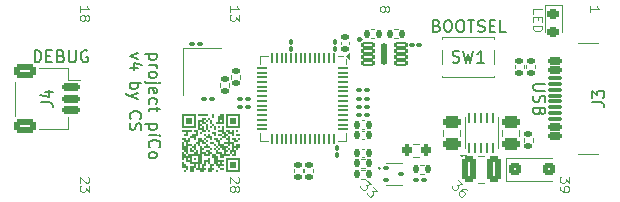
<source format=gbr>
G04 #@! TF.GenerationSoftware,KiCad,Pcbnew,8.0.6*
G04 #@! TF.CreationDate,2024-11-24T01:45:06-05:00*
G04 #@! TF.ProjectId,RPI-PICO-R3a-PUBLIC,5250492d-5049-4434-9f2d-5233612d5055,4*
G04 #@! TF.SameCoordinates,Original*
G04 #@! TF.FileFunction,Legend,Top*
G04 #@! TF.FilePolarity,Positive*
%FSLAX46Y46*%
G04 Gerber Fmt 4.6, Leading zero omitted, Abs format (unit mm)*
G04 Created by KiCad (PCBNEW 8.0.6) date 2024-11-24 01:45:06*
%MOMM*%
%LPD*%
G01*
G04 APERTURE LIST*
G04 Aperture macros list*
%AMRoundRect*
0 Rectangle with rounded corners*
0 $1 Rounding radius*
0 $2 $3 $4 $5 $6 $7 $8 $9 X,Y pos of 4 corners*
0 Add a 4 corners polygon primitive as box body*
4,1,4,$2,$3,$4,$5,$6,$7,$8,$9,$2,$3,0*
0 Add four circle primitives for the rounded corners*
1,1,$1+$1,$2,$3*
1,1,$1+$1,$4,$5*
1,1,$1+$1,$6,$7*
1,1,$1+$1,$8,$9*
0 Add four rect primitives between the rounded corners*
20,1,$1+$1,$2,$3,$4,$5,0*
20,1,$1+$1,$4,$5,$6,$7,0*
20,1,$1+$1,$6,$7,$8,$9,0*
20,1,$1+$1,$8,$9,$2,$3,0*%
G04 Aperture macros list end*
%ADD10C,0.000000*%
%ADD11C,0.150000*%
%ADD12C,0.100000*%
%ADD13C,0.120000*%
%ADD14C,0.250000*%
%ADD15C,2.000000*%
%ADD16RoundRect,0.135000X0.135000X0.185000X-0.135000X0.185000X-0.135000X-0.185000X0.135000X-0.185000X0*%
%ADD17RoundRect,0.250000X0.475000X-0.250000X0.475000X0.250000X-0.475000X0.250000X-0.475000X-0.250000X0*%
%ADD18RoundRect,0.250000X0.375000X0.850000X-0.375000X0.850000X-0.375000X-0.850000X0.375000X-0.850000X0*%
%ADD19C,1.600000*%
%ADD20R,1.600000X1.600000*%
%ADD21RoundRect,0.102000X-0.450000X-0.150000X0.450000X-0.150000X0.450000X0.150000X-0.450000X0.150000X0*%
%ADD22RoundRect,0.102000X0.125000X-0.825000X0.125000X0.825000X-0.125000X0.825000X-0.125000X-0.825000X0*%
%ADD23RoundRect,0.100000X0.130000X0.100000X-0.130000X0.100000X-0.130000X-0.100000X0.130000X-0.100000X0*%
%ADD24RoundRect,0.135000X-0.135000X-0.185000X0.135000X-0.185000X0.135000X0.185000X-0.135000X0.185000X0*%
%ADD25RoundRect,0.140000X-0.140000X-0.170000X0.140000X-0.170000X0.140000X0.170000X-0.140000X0.170000X0*%
%ADD26RoundRect,0.135000X-0.185000X0.135000X-0.185000X-0.135000X0.185000X-0.135000X0.185000X0.135000X0*%
%ADD27R,1.050000X0.650000*%
%ADD28RoundRect,0.100000X0.155000X0.100000X-0.155000X0.100000X-0.155000X-0.100000X0.155000X-0.100000X0*%
%ADD29RoundRect,0.100000X0.021213X0.162635X-0.162635X-0.021213X-0.021213X-0.162635X0.162635X0.021213X0*%
%ADD30RoundRect,0.100000X0.100000X-0.130000X0.100000X0.130000X-0.100000X0.130000X-0.100000X-0.130000X0*%
%ADD31RoundRect,0.135000X0.185000X-0.135000X0.185000X0.135000X-0.185000X0.135000X-0.185000X-0.135000X0*%
%ADD32RoundRect,0.100000X-0.130000X-0.100000X0.130000X-0.100000X0.130000X0.100000X-0.130000X0.100000X0*%
%ADD33RoundRect,0.200000X0.200000X0.275000X-0.200000X0.275000X-0.200000X-0.275000X0.200000X-0.275000X0*%
%ADD34RoundRect,0.140000X0.170000X-0.140000X0.170000X0.140000X-0.170000X0.140000X-0.170000X-0.140000X0*%
%ADD35C,0.650000*%
%ADD36RoundRect,0.150000X0.425000X-0.150000X0.425000X0.150000X-0.425000X0.150000X-0.425000X-0.150000X0*%
%ADD37RoundRect,0.075000X0.500000X-0.075000X0.500000X0.075000X-0.500000X0.075000X-0.500000X-0.075000X0*%
%ADD38O,2.100000X1.000000*%
%ADD39O,1.800000X1.000000*%
%ADD40RoundRect,0.218750X-0.256250X0.218750X-0.256250X-0.218750X0.256250X-0.218750X0.256250X0.218750X0*%
%ADD41RoundRect,0.062500X0.062500X-0.337500X0.062500X0.337500X-0.062500X0.337500X-0.062500X-0.337500X0*%
%ADD42R,2.200000X1.300000*%
%ADD43R,1.200000X1.400000*%
%ADD44RoundRect,0.150000X-0.625000X0.150000X-0.625000X-0.150000X0.625000X-0.150000X0.625000X0.150000X0*%
%ADD45RoundRect,0.250000X-0.650000X0.350000X-0.650000X-0.350000X0.650000X-0.350000X0.650000X0.350000X0*%
%ADD46RoundRect,0.050000X-0.050000X0.387500X-0.050000X-0.387500X0.050000X-0.387500X0.050000X0.387500X0*%
%ADD47RoundRect,0.050000X-0.387500X0.050000X-0.387500X-0.050000X0.387500X-0.050000X0.387500X0.050000X0*%
%ADD48R,3.200000X3.200000*%
%ADD49RoundRect,0.250000X-0.300000X-0.300000X0.300000X-0.300000X0.300000X0.300000X-0.300000X0.300000X0*%
%ADD50RoundRect,0.100000X-0.100000X0.130000X-0.100000X-0.130000X0.100000X-0.130000X0.100000X0.130000X0*%
G04 APERTURE END LIST*
D10*
G36*
X140572067Y-108898266D02*
G01*
X140741400Y-108898266D01*
X140741400Y-109067600D01*
X140402733Y-109067600D01*
X140402733Y-108728933D01*
X140572067Y-108728933D01*
X140572067Y-108898266D01*
G37*
G36*
X143789400Y-107374267D02*
G01*
X143958733Y-107374267D01*
X143958733Y-107204933D01*
X144128066Y-107204933D01*
X144128066Y-107712933D01*
X143958733Y-107712933D01*
X143958733Y-107543600D01*
X143620066Y-107543600D01*
X143620066Y-107374267D01*
X143450733Y-107374267D01*
X143450733Y-107204933D01*
X143789400Y-107204933D01*
X143789400Y-107374267D01*
G37*
G36*
X142604066Y-107204933D02*
G01*
X142434733Y-107204933D01*
X142434733Y-106866267D01*
X142604066Y-106866267D01*
X142604066Y-107204933D01*
G37*
G36*
X140064067Y-108051600D02*
G01*
X140233400Y-108051600D01*
X140233400Y-107882267D01*
X140402733Y-107882267D01*
X140402733Y-108220933D01*
X140233400Y-108220933D01*
X140233400Y-108390266D01*
X140572067Y-108390266D01*
X140572067Y-108559600D01*
X140233400Y-108559600D01*
X140233400Y-109236933D01*
X140064067Y-109236933D01*
X140064067Y-109067600D01*
X139894733Y-109067600D01*
X139894733Y-108898266D01*
X139725400Y-108898266D01*
X139725400Y-108220933D01*
X139894733Y-108220933D01*
X139894733Y-108559600D01*
X140064067Y-108559600D01*
X140064067Y-108220933D01*
X139894733Y-108220933D01*
X139894733Y-108051600D01*
X139725400Y-108051600D01*
X139725400Y-107882267D01*
X140064067Y-107882267D01*
X140064067Y-108051600D01*
G37*
G36*
X142265400Y-106696933D02*
G01*
X142096067Y-106696933D01*
X142096067Y-106358267D01*
X142265400Y-106358267D01*
X142265400Y-106696933D01*
G37*
G36*
X142265400Y-107035600D02*
G01*
X142096067Y-107035600D01*
X142096067Y-106866267D01*
X142265400Y-106866267D01*
X142265400Y-107035600D01*
G37*
G36*
X141757400Y-108051600D02*
G01*
X141588067Y-108051600D01*
X141588067Y-107882267D01*
X141757400Y-107882267D01*
X141757400Y-108051600D01*
G37*
G36*
X142604066Y-109406267D02*
G01*
X142773400Y-109406267D01*
X142773400Y-109744933D01*
X143281400Y-109744933D01*
X143281400Y-109914266D01*
X143112066Y-109914266D01*
X143112066Y-110083600D01*
X143281400Y-110083600D01*
X143281400Y-110252933D01*
X142942733Y-110252933D01*
X142942733Y-110422266D01*
X142773400Y-110422266D01*
X142773400Y-110252933D01*
X142604066Y-110252933D01*
X142604066Y-110083600D01*
X142773400Y-110083600D01*
X142942733Y-110083600D01*
X142942733Y-109914266D01*
X142773400Y-109914266D01*
X142773400Y-110083600D01*
X142604066Y-110083600D01*
X142434733Y-110083600D01*
X142434733Y-109575600D01*
X142265400Y-109575600D01*
X142265400Y-109236933D01*
X142604066Y-109236933D01*
X142604066Y-109406267D01*
G37*
G36*
X143112066Y-108051600D02*
G01*
X142942733Y-108051600D01*
X142942733Y-107882267D01*
X143112066Y-107882267D01*
X143112066Y-108051600D01*
G37*
G36*
X141926733Y-106019600D02*
G01*
X141080066Y-106019600D01*
X141080066Y-105850267D01*
X141926733Y-105850267D01*
X141926733Y-106019600D01*
G37*
G36*
X142942733Y-107035600D02*
G01*
X142773400Y-107035600D01*
X142773400Y-106866267D01*
X142942733Y-106866267D01*
X142942733Y-107035600D01*
G37*
G36*
X140064067Y-110760933D02*
G01*
X139894733Y-110760933D01*
X139894733Y-110591600D01*
X140064067Y-110591600D01*
X140064067Y-110760933D01*
G37*
G36*
X141926733Y-108559600D02*
G01*
X142096067Y-108559600D01*
X142096067Y-108728933D01*
X141588067Y-108728933D01*
X141588067Y-108559600D01*
X141757400Y-108559600D01*
X141757400Y-108390266D01*
X141926733Y-108390266D01*
X141926733Y-108559600D01*
G37*
G36*
X140910733Y-109744933D02*
G01*
X140741400Y-109744933D01*
X140741400Y-109575600D01*
X140910733Y-109575600D01*
X140910733Y-109744933D01*
G37*
G36*
X143620066Y-109575600D02*
G01*
X144636066Y-109575600D01*
X144636066Y-110760933D01*
X143450733Y-110760933D01*
X143450733Y-110591600D01*
X143620066Y-110591600D01*
X144466733Y-110591600D01*
X144466733Y-109744933D01*
X143620066Y-109744933D01*
X143620066Y-110591600D01*
X143450733Y-110591600D01*
X143450733Y-109575600D01*
X143620066Y-109575600D01*
G37*
G36*
X141926733Y-108220933D02*
G01*
X141757400Y-108220933D01*
X141757400Y-108051600D01*
X141926733Y-108051600D01*
X141926733Y-108220933D01*
G37*
G36*
X142434733Y-108390266D02*
G01*
X142096067Y-108390266D01*
X142096067Y-108220933D01*
X142434733Y-108220933D01*
X142434733Y-108390266D01*
G37*
G36*
X142604066Y-108559600D02*
G01*
X142434733Y-108559600D01*
X142434733Y-108390266D01*
X142604066Y-108390266D01*
X142604066Y-108559600D01*
G37*
G36*
X141418733Y-108051600D02*
G01*
X141588067Y-108051600D01*
X141588067Y-108220933D01*
X141757400Y-108220933D01*
X141757400Y-108390266D01*
X141418733Y-108390266D01*
X141418733Y-108220933D01*
X141249400Y-108220933D01*
X141249400Y-108559600D01*
X141080066Y-108559600D01*
X141080066Y-108390266D01*
X140910733Y-108390266D01*
X140910733Y-108220933D01*
X141080066Y-108220933D01*
X141080066Y-107882267D01*
X141418733Y-107882267D01*
X141418733Y-108051600D01*
G37*
G36*
X140572067Y-107374267D02*
G01*
X140233400Y-107374267D01*
X140233400Y-107712933D01*
X139894733Y-107712933D01*
X139894733Y-107543600D01*
X140064067Y-107543600D01*
X140064067Y-107374267D01*
X139725400Y-107374267D01*
X139725400Y-107204933D01*
X140572067Y-107204933D01*
X140572067Y-107374267D01*
G37*
G36*
X142434733Y-106866267D02*
G01*
X142265400Y-106866267D01*
X142265400Y-106696933D01*
X142434733Y-106696933D01*
X142434733Y-106866267D01*
G37*
G36*
X142773400Y-108051600D02*
G01*
X142942733Y-108051600D01*
X142942733Y-108390266D01*
X143281400Y-108390266D01*
X143281400Y-108559600D01*
X143620066Y-108559600D01*
X143620066Y-108728933D01*
X143450733Y-108728933D01*
X143450733Y-108898266D01*
X143620066Y-108898266D01*
X143620066Y-109067600D01*
X143450733Y-109067600D01*
X143450733Y-109236933D01*
X143789400Y-109236933D01*
X143789400Y-109406267D01*
X143281400Y-109406267D01*
X143281400Y-109575600D01*
X142942733Y-109575600D01*
X142942733Y-109236933D01*
X142604066Y-109236933D01*
X142604066Y-108898266D01*
X142773400Y-108898266D01*
X142773400Y-109067600D01*
X143112066Y-109067600D01*
X143112066Y-109236933D01*
X143281400Y-109236933D01*
X143281400Y-108898266D01*
X143112066Y-108898266D01*
X143112066Y-108728933D01*
X142942733Y-108728933D01*
X142942733Y-108559600D01*
X142773400Y-108559600D01*
X142773400Y-108220933D01*
X142604066Y-108220933D01*
X142604066Y-108051600D01*
X142434733Y-108051600D01*
X142434733Y-107882267D01*
X142773400Y-107882267D01*
X142773400Y-108051600D01*
G37*
G36*
X139894733Y-110083600D02*
G01*
X140064067Y-110083600D01*
X140064067Y-110252933D01*
X140233400Y-110252933D01*
X140233400Y-110591600D01*
X140064067Y-110591600D01*
X140064067Y-110422266D01*
X139725400Y-110422266D01*
X139725400Y-109914266D01*
X139894733Y-109914266D01*
X139894733Y-110083600D01*
G37*
G36*
X144297400Y-110422266D02*
G01*
X143789400Y-110422266D01*
X143789400Y-109914266D01*
X144297400Y-109914266D01*
X144297400Y-110422266D01*
G37*
G36*
X142773400Y-110760933D02*
G01*
X142604066Y-110760933D01*
X142604066Y-110591600D01*
X142773400Y-110591600D01*
X142773400Y-110760933D01*
G37*
G36*
X141080066Y-107712933D02*
G01*
X140910733Y-107712933D01*
X140910733Y-108051600D01*
X140741400Y-108051600D01*
X140741400Y-107882267D01*
X140402733Y-107882267D01*
X140402733Y-107712933D01*
X140572067Y-107712933D01*
X140572067Y-107543600D01*
X140910733Y-107543600D01*
X140910733Y-107374267D01*
X140741400Y-107374267D01*
X140741400Y-107204933D01*
X141080066Y-107204933D01*
X141080066Y-107712933D01*
G37*
G36*
X140572067Y-106696933D02*
G01*
X140064067Y-106696933D01*
X140064067Y-106188933D01*
X140572067Y-106188933D01*
X140572067Y-106696933D01*
G37*
G36*
X144466733Y-107374267D02*
G01*
X144297400Y-107374267D01*
X144297400Y-107204933D01*
X144466733Y-107204933D01*
X144466733Y-107374267D01*
G37*
G36*
X142434733Y-106188933D02*
G01*
X142265400Y-106188933D01*
X142265400Y-105850267D01*
X142434733Y-105850267D01*
X142434733Y-106188933D01*
G37*
G36*
X144297400Y-106696933D02*
G01*
X143789400Y-106696933D01*
X143789400Y-106188933D01*
X144297400Y-106188933D01*
X144297400Y-106696933D01*
G37*
G36*
X142265400Y-108898266D02*
G01*
X142096067Y-108898266D01*
X142096067Y-108728933D01*
X142265400Y-108728933D01*
X142265400Y-108898266D01*
G37*
G36*
X142096067Y-107712933D02*
G01*
X142265400Y-107712933D01*
X142265400Y-108051600D01*
X142096067Y-108051600D01*
X142096067Y-107882267D01*
X141757400Y-107882267D01*
X141757400Y-107712933D01*
X141926733Y-107712933D01*
X141926733Y-107543600D01*
X142096067Y-107543600D01*
X142096067Y-107712933D01*
G37*
G36*
X143789400Y-108220933D02*
G01*
X144128066Y-108220933D01*
X144128066Y-108559600D01*
X144297400Y-108559600D01*
X144297400Y-108390266D01*
X144636066Y-108390266D01*
X144636066Y-108728933D01*
X144466733Y-108728933D01*
X144466733Y-108898266D01*
X144297400Y-108898266D01*
X144297400Y-108728933D01*
X144128066Y-108728933D01*
X144128066Y-108898266D01*
X144297400Y-108898266D01*
X144297400Y-109406267D01*
X143958733Y-109406267D01*
X143958733Y-109236933D01*
X144128066Y-109236933D01*
X144128066Y-109067600D01*
X143958733Y-109067600D01*
X143958733Y-109236933D01*
X143789400Y-109236933D01*
X143789400Y-108898266D01*
X143958733Y-108898266D01*
X143958733Y-108390266D01*
X143789400Y-108390266D01*
X143789400Y-108559600D01*
X143620066Y-108559600D01*
X143620066Y-108390266D01*
X143281400Y-108390266D01*
X143281400Y-108220933D01*
X143620066Y-108220933D01*
X143620066Y-108051600D01*
X143450733Y-108051600D01*
X143450733Y-107882267D01*
X143620066Y-107882267D01*
X143620066Y-107712933D01*
X143789400Y-107712933D01*
X143789400Y-108220933D01*
G37*
G36*
X144297400Y-108051600D02*
G01*
X144466733Y-108051600D01*
X144466733Y-108220933D01*
X144128066Y-108220933D01*
X144128066Y-108051600D01*
X143958733Y-108051600D01*
X143958733Y-107882267D01*
X144297400Y-107882267D01*
X144297400Y-108051600D01*
G37*
G36*
X140910733Y-108898266D02*
G01*
X140741400Y-108898266D01*
X140741400Y-108728933D01*
X140572067Y-108728933D01*
X140572067Y-108559600D01*
X140741400Y-108559600D01*
X140741400Y-108390266D01*
X140910733Y-108390266D01*
X140910733Y-108898266D01*
G37*
G36*
X143281400Y-110591600D02*
G01*
X142942733Y-110591600D01*
X142942733Y-110422266D01*
X143281400Y-110422266D01*
X143281400Y-110591600D01*
G37*
G36*
X139894733Y-105850267D02*
G01*
X140910733Y-105850267D01*
X140910733Y-107035600D01*
X139725400Y-107035600D01*
X139725400Y-106866267D01*
X139894733Y-106866267D01*
X140741400Y-106866267D01*
X140741400Y-106019600D01*
X139894733Y-106019600D01*
X139894733Y-106866267D01*
X139725400Y-106866267D01*
X139725400Y-105850267D01*
X139894733Y-105850267D01*
G37*
G36*
X142942733Y-108898266D02*
G01*
X142773400Y-108898266D01*
X142773400Y-108728933D01*
X142942733Y-108728933D01*
X142942733Y-108898266D01*
G37*
G36*
X142604066Y-107712933D02*
G01*
X142434733Y-107712933D01*
X142434733Y-107543600D01*
X142265400Y-107543600D01*
X142265400Y-107374267D01*
X142604066Y-107374267D01*
X142604066Y-107712933D01*
G37*
G36*
X141418733Y-108728933D02*
G01*
X141588067Y-108728933D01*
X141588067Y-108898266D01*
X141418733Y-108898266D01*
X141418733Y-109067600D01*
X141757400Y-109067600D01*
X141757400Y-108898266D01*
X142096067Y-108898266D01*
X142096067Y-109067600D01*
X142265400Y-109067600D01*
X142265400Y-109236933D01*
X142096067Y-109236933D01*
X142096067Y-109406267D01*
X141588067Y-109406267D01*
X141588067Y-109236933D01*
X141757400Y-109236933D01*
X141926733Y-109236933D01*
X141926733Y-109067600D01*
X141757400Y-109067600D01*
X141757400Y-109236933D01*
X141588067Y-109236933D01*
X141418733Y-109236933D01*
X141418733Y-110083600D01*
X141588067Y-110083600D01*
X141588067Y-109744933D01*
X141926733Y-109744933D01*
X141926733Y-109575600D01*
X142096067Y-109575600D01*
X142096067Y-110083600D01*
X141926733Y-110083600D01*
X141926733Y-109914266D01*
X141757400Y-109914266D01*
X141757400Y-110252933D01*
X141588067Y-110252933D01*
X141588067Y-110422266D01*
X141757400Y-110422266D01*
X141757400Y-110591600D01*
X141588067Y-110591600D01*
X141588067Y-110760933D01*
X141249400Y-110760933D01*
X141249400Y-110591600D01*
X140910733Y-110591600D01*
X140910733Y-110422266D01*
X141080066Y-110422266D01*
X141249400Y-110422266D01*
X141418733Y-110422266D01*
X141418733Y-110083600D01*
X141249400Y-110083600D01*
X141249400Y-110422266D01*
X141080066Y-110422266D01*
X141080066Y-110083600D01*
X140910733Y-110083600D01*
X140910733Y-110422266D01*
X140741400Y-110422266D01*
X140741400Y-110760933D01*
X140402733Y-110760933D01*
X140402733Y-110252933D01*
X140741400Y-110252933D01*
X140741400Y-110083600D01*
X140402733Y-110083600D01*
X140402733Y-109914266D01*
X140572067Y-109914266D01*
X140910733Y-109914266D01*
X141080066Y-109914266D01*
X141080066Y-109406267D01*
X140572067Y-109406267D01*
X140572067Y-109914266D01*
X140402733Y-109914266D01*
X140064067Y-109914266D01*
X140064067Y-109744933D01*
X140233400Y-109744933D01*
X140402733Y-109744933D01*
X140402733Y-109575600D01*
X140233400Y-109575600D01*
X140233400Y-109744933D01*
X140064067Y-109744933D01*
X140064067Y-109575600D01*
X139894733Y-109575600D01*
X139894733Y-109744933D01*
X139725400Y-109744933D01*
X139725400Y-109067600D01*
X139894733Y-109067600D01*
X139894733Y-109236933D01*
X140064067Y-109236933D01*
X140064067Y-109406267D01*
X140233400Y-109406267D01*
X140233400Y-109236933D01*
X140572067Y-109236933D01*
X140741400Y-109236933D01*
X140741400Y-109067600D01*
X140910733Y-109067600D01*
X140910733Y-108898266D01*
X141080066Y-108898266D01*
X141080066Y-109236933D01*
X141249400Y-109236933D01*
X141249400Y-108559600D01*
X141418733Y-108559600D01*
X141418733Y-108728933D01*
G37*
G36*
X143281400Y-106696933D02*
G01*
X142604066Y-106696933D01*
X142604066Y-106527600D01*
X142773400Y-106527600D01*
X142942733Y-106527600D01*
X143112066Y-106527600D01*
X143112066Y-106358267D01*
X142942733Y-106358267D01*
X142942733Y-106527600D01*
X142773400Y-106527600D01*
X142773400Y-106019600D01*
X142942733Y-106019600D01*
X142942733Y-105850267D01*
X143281400Y-105850267D01*
X143281400Y-106696933D01*
G37*
G36*
X144636066Y-108051600D02*
G01*
X144466733Y-108051600D01*
X144466733Y-107882267D01*
X144636066Y-107882267D01*
X144636066Y-108051600D01*
G37*
G36*
X141418733Y-107543600D02*
G01*
X141249400Y-107543600D01*
X141249400Y-107374267D01*
X141418733Y-107374267D01*
X141418733Y-107543600D01*
G37*
G36*
X144636066Y-107712933D02*
G01*
X144297400Y-107712933D01*
X144297400Y-107543600D01*
X144636066Y-107543600D01*
X144636066Y-107712933D01*
G37*
G36*
X143281400Y-107374267D02*
G01*
X143450733Y-107374267D01*
X143450733Y-107543600D01*
X143620066Y-107543600D01*
X143620066Y-107712933D01*
X143450733Y-107712933D01*
X143450733Y-107882267D01*
X143112066Y-107882267D01*
X143112066Y-107712933D01*
X143281400Y-107712933D01*
X143281400Y-107543600D01*
X143112066Y-107543600D01*
X143112066Y-107374267D01*
X142773400Y-107374267D01*
X142773400Y-107204933D01*
X143112066Y-107204933D01*
X143112066Y-106866267D01*
X143281400Y-106866267D01*
X143281400Y-107374267D01*
G37*
G36*
X142773400Y-108728933D02*
G01*
X142604066Y-108728933D01*
X142604066Y-108559600D01*
X142773400Y-108559600D01*
X142773400Y-108728933D01*
G37*
G36*
X142434733Y-110252933D02*
G01*
X142265400Y-110252933D01*
X142265400Y-110422266D01*
X142434733Y-110422266D01*
X142434733Y-110591600D01*
X142265400Y-110591600D01*
X142265400Y-110760933D01*
X141926733Y-110760933D01*
X141926733Y-110422266D01*
X142096067Y-110422266D01*
X142096067Y-110083600D01*
X142434733Y-110083600D01*
X142434733Y-110252933D01*
G37*
G36*
X143789400Y-108898266D02*
G01*
X143620066Y-108898266D01*
X143620066Y-108728933D01*
X143789400Y-108728933D01*
X143789400Y-108898266D01*
G37*
G36*
X141757400Y-106358267D02*
G01*
X141588067Y-106358267D01*
X141588067Y-106527600D01*
X141757400Y-106527600D01*
X141757400Y-106696933D01*
X141418733Y-106696933D01*
X141418733Y-106866267D01*
X141249400Y-106866267D01*
X141249400Y-107035600D01*
X141418733Y-107035600D01*
X141418733Y-106866267D01*
X141588067Y-106866267D01*
X141588067Y-107204933D01*
X141757400Y-107204933D01*
X141757400Y-107374267D01*
X141418733Y-107374267D01*
X141418733Y-107204933D01*
X141080066Y-107204933D01*
X141080066Y-106696933D01*
X141249400Y-106696933D01*
X141418733Y-106696933D01*
X141418733Y-106527600D01*
X141249400Y-106527600D01*
X141249400Y-106696933D01*
X141080066Y-106696933D01*
X141080066Y-106358267D01*
X141249400Y-106358267D01*
X141418733Y-106358267D01*
X141418733Y-106188933D01*
X141757400Y-106188933D01*
X141757400Y-106358267D01*
G37*
G36*
X143620066Y-105850267D02*
G01*
X144636066Y-105850267D01*
X144636066Y-107035600D01*
X143450733Y-107035600D01*
X143450733Y-106866267D01*
X143620066Y-106866267D01*
X144466733Y-106866267D01*
X144466733Y-106019600D01*
X143620066Y-106019600D01*
X143620066Y-106866267D01*
X143450733Y-106866267D01*
X143450733Y-105850267D01*
X143620066Y-105850267D01*
G37*
G36*
X141926733Y-106527600D02*
G01*
X141757400Y-106527600D01*
X141757400Y-106358267D01*
X141926733Y-106358267D01*
X141926733Y-106527600D01*
G37*
G36*
X141757400Y-107712933D02*
G01*
X141588067Y-107712933D01*
X141588067Y-107543600D01*
X141757400Y-107543600D01*
X141757400Y-107712933D01*
G37*
G36*
X142096067Y-107374267D02*
G01*
X141926733Y-107374267D01*
X141926733Y-107204933D01*
X142096067Y-107204933D01*
X142096067Y-107374267D01*
G37*
G36*
X142604066Y-108898266D02*
G01*
X142434733Y-108898266D01*
X142434733Y-108728933D01*
X142604066Y-108728933D01*
X142604066Y-108898266D01*
G37*
G36*
X141926733Y-107204933D02*
G01*
X141757400Y-107204933D01*
X141757400Y-106696933D01*
X141926733Y-106696933D01*
X141926733Y-107204933D01*
G37*
G36*
X143112066Y-107712933D02*
G01*
X142773400Y-107712933D01*
X142773400Y-107543600D01*
X143112066Y-107543600D01*
X143112066Y-107712933D01*
G37*
G36*
X142096067Y-106358267D02*
G01*
X141926733Y-106358267D01*
X141926733Y-106188933D01*
X142096067Y-106188933D01*
X142096067Y-106358267D01*
G37*
D11*
X161283788Y-98331520D02*
X161426645Y-98379139D01*
X161426645Y-98379139D02*
X161474264Y-98426758D01*
X161474264Y-98426758D02*
X161521883Y-98521996D01*
X161521883Y-98521996D02*
X161521883Y-98664853D01*
X161521883Y-98664853D02*
X161474264Y-98760091D01*
X161474264Y-98760091D02*
X161426645Y-98807711D01*
X161426645Y-98807711D02*
X161331407Y-98855330D01*
X161331407Y-98855330D02*
X160950455Y-98855330D01*
X160950455Y-98855330D02*
X160950455Y-97855330D01*
X160950455Y-97855330D02*
X161283788Y-97855330D01*
X161283788Y-97855330D02*
X161379026Y-97902949D01*
X161379026Y-97902949D02*
X161426645Y-97950568D01*
X161426645Y-97950568D02*
X161474264Y-98045806D01*
X161474264Y-98045806D02*
X161474264Y-98141044D01*
X161474264Y-98141044D02*
X161426645Y-98236282D01*
X161426645Y-98236282D02*
X161379026Y-98283901D01*
X161379026Y-98283901D02*
X161283788Y-98331520D01*
X161283788Y-98331520D02*
X160950455Y-98331520D01*
X162140931Y-97855330D02*
X162331407Y-97855330D01*
X162331407Y-97855330D02*
X162426645Y-97902949D01*
X162426645Y-97902949D02*
X162521883Y-97998187D01*
X162521883Y-97998187D02*
X162569502Y-98188663D01*
X162569502Y-98188663D02*
X162569502Y-98521996D01*
X162569502Y-98521996D02*
X162521883Y-98712472D01*
X162521883Y-98712472D02*
X162426645Y-98807711D01*
X162426645Y-98807711D02*
X162331407Y-98855330D01*
X162331407Y-98855330D02*
X162140931Y-98855330D01*
X162140931Y-98855330D02*
X162045693Y-98807711D01*
X162045693Y-98807711D02*
X161950455Y-98712472D01*
X161950455Y-98712472D02*
X161902836Y-98521996D01*
X161902836Y-98521996D02*
X161902836Y-98188663D01*
X161902836Y-98188663D02*
X161950455Y-97998187D01*
X161950455Y-97998187D02*
X162045693Y-97902949D01*
X162045693Y-97902949D02*
X162140931Y-97855330D01*
X163188550Y-97855330D02*
X163379026Y-97855330D01*
X163379026Y-97855330D02*
X163474264Y-97902949D01*
X163474264Y-97902949D02*
X163569502Y-97998187D01*
X163569502Y-97998187D02*
X163617121Y-98188663D01*
X163617121Y-98188663D02*
X163617121Y-98521996D01*
X163617121Y-98521996D02*
X163569502Y-98712472D01*
X163569502Y-98712472D02*
X163474264Y-98807711D01*
X163474264Y-98807711D02*
X163379026Y-98855330D01*
X163379026Y-98855330D02*
X163188550Y-98855330D01*
X163188550Y-98855330D02*
X163093312Y-98807711D01*
X163093312Y-98807711D02*
X162998074Y-98712472D01*
X162998074Y-98712472D02*
X162950455Y-98521996D01*
X162950455Y-98521996D02*
X162950455Y-98188663D01*
X162950455Y-98188663D02*
X162998074Y-97998187D01*
X162998074Y-97998187D02*
X163093312Y-97902949D01*
X163093312Y-97902949D02*
X163188550Y-97855330D01*
X163902836Y-97855330D02*
X164474264Y-97855330D01*
X164188550Y-98855330D02*
X164188550Y-97855330D01*
X164759979Y-98807711D02*
X164902836Y-98855330D01*
X164902836Y-98855330D02*
X165140931Y-98855330D01*
X165140931Y-98855330D02*
X165236169Y-98807711D01*
X165236169Y-98807711D02*
X165283788Y-98760091D01*
X165283788Y-98760091D02*
X165331407Y-98664853D01*
X165331407Y-98664853D02*
X165331407Y-98569615D01*
X165331407Y-98569615D02*
X165283788Y-98474377D01*
X165283788Y-98474377D02*
X165236169Y-98426758D01*
X165236169Y-98426758D02*
X165140931Y-98379139D01*
X165140931Y-98379139D02*
X164950455Y-98331520D01*
X164950455Y-98331520D02*
X164855217Y-98283901D01*
X164855217Y-98283901D02*
X164807598Y-98236282D01*
X164807598Y-98236282D02*
X164759979Y-98141044D01*
X164759979Y-98141044D02*
X164759979Y-98045806D01*
X164759979Y-98045806D02*
X164807598Y-97950568D01*
X164807598Y-97950568D02*
X164855217Y-97902949D01*
X164855217Y-97902949D02*
X164950455Y-97855330D01*
X164950455Y-97855330D02*
X165188550Y-97855330D01*
X165188550Y-97855330D02*
X165331407Y-97902949D01*
X165759979Y-98331520D02*
X166093312Y-98331520D01*
X166236169Y-98855330D02*
X165759979Y-98855330D01*
X165759979Y-98855330D02*
X165759979Y-97855330D01*
X165759979Y-97855330D02*
X166236169Y-97855330D01*
X167140931Y-98855330D02*
X166664741Y-98855330D01*
X166664741Y-98855330D02*
X166664741Y-97855330D01*
X137556791Y-100736779D02*
X136556791Y-100736779D01*
X137509172Y-100736779D02*
X137556791Y-100832017D01*
X137556791Y-100832017D02*
X137556791Y-101022493D01*
X137556791Y-101022493D02*
X137509172Y-101117731D01*
X137509172Y-101117731D02*
X137461553Y-101165350D01*
X137461553Y-101165350D02*
X137366315Y-101212969D01*
X137366315Y-101212969D02*
X137080601Y-101212969D01*
X137080601Y-101212969D02*
X136985363Y-101165350D01*
X136985363Y-101165350D02*
X136937744Y-101117731D01*
X136937744Y-101117731D02*
X136890124Y-101022493D01*
X136890124Y-101022493D02*
X136890124Y-100832017D01*
X136890124Y-100832017D02*
X136937744Y-100736779D01*
X136890124Y-101641541D02*
X137556791Y-101641541D01*
X137366315Y-101641541D02*
X137461553Y-101689160D01*
X137461553Y-101689160D02*
X137509172Y-101736779D01*
X137509172Y-101736779D02*
X137556791Y-101832017D01*
X137556791Y-101832017D02*
X137556791Y-101927255D01*
X136890124Y-102403446D02*
X136937744Y-102308208D01*
X136937744Y-102308208D02*
X136985363Y-102260589D01*
X136985363Y-102260589D02*
X137080601Y-102212970D01*
X137080601Y-102212970D02*
X137366315Y-102212970D01*
X137366315Y-102212970D02*
X137461553Y-102260589D01*
X137461553Y-102260589D02*
X137509172Y-102308208D01*
X137509172Y-102308208D02*
X137556791Y-102403446D01*
X137556791Y-102403446D02*
X137556791Y-102546303D01*
X137556791Y-102546303D02*
X137509172Y-102641541D01*
X137509172Y-102641541D02*
X137461553Y-102689160D01*
X137461553Y-102689160D02*
X137366315Y-102736779D01*
X137366315Y-102736779D02*
X137080601Y-102736779D01*
X137080601Y-102736779D02*
X136985363Y-102689160D01*
X136985363Y-102689160D02*
X136937744Y-102641541D01*
X136937744Y-102641541D02*
X136890124Y-102546303D01*
X136890124Y-102546303D02*
X136890124Y-102403446D01*
X137556791Y-103165351D02*
X136699648Y-103165351D01*
X136699648Y-103165351D02*
X136604410Y-103117732D01*
X136604410Y-103117732D02*
X136556791Y-103022494D01*
X136556791Y-103022494D02*
X136556791Y-102974875D01*
X137890124Y-103165351D02*
X137842505Y-103117732D01*
X137842505Y-103117732D02*
X137794886Y-103165351D01*
X137794886Y-103165351D02*
X137842505Y-103212970D01*
X137842505Y-103212970D02*
X137890124Y-103165351D01*
X137890124Y-103165351D02*
X137794886Y-103165351D01*
X136937744Y-104022493D02*
X136890124Y-103927255D01*
X136890124Y-103927255D02*
X136890124Y-103736779D01*
X136890124Y-103736779D02*
X136937744Y-103641541D01*
X136937744Y-103641541D02*
X137032982Y-103593922D01*
X137032982Y-103593922D02*
X137413934Y-103593922D01*
X137413934Y-103593922D02*
X137509172Y-103641541D01*
X137509172Y-103641541D02*
X137556791Y-103736779D01*
X137556791Y-103736779D02*
X137556791Y-103927255D01*
X137556791Y-103927255D02*
X137509172Y-104022493D01*
X137509172Y-104022493D02*
X137413934Y-104070112D01*
X137413934Y-104070112D02*
X137318696Y-104070112D01*
X137318696Y-104070112D02*
X137223458Y-103593922D01*
X136937744Y-104927255D02*
X136890124Y-104832017D01*
X136890124Y-104832017D02*
X136890124Y-104641541D01*
X136890124Y-104641541D02*
X136937744Y-104546303D01*
X136937744Y-104546303D02*
X136985363Y-104498684D01*
X136985363Y-104498684D02*
X137080601Y-104451065D01*
X137080601Y-104451065D02*
X137366315Y-104451065D01*
X137366315Y-104451065D02*
X137461553Y-104498684D01*
X137461553Y-104498684D02*
X137509172Y-104546303D01*
X137509172Y-104546303D02*
X137556791Y-104641541D01*
X137556791Y-104641541D02*
X137556791Y-104832017D01*
X137556791Y-104832017D02*
X137509172Y-104927255D01*
X137556791Y-105212970D02*
X137556791Y-105593922D01*
X137890124Y-105355827D02*
X137032982Y-105355827D01*
X137032982Y-105355827D02*
X136937744Y-105403446D01*
X136937744Y-105403446D02*
X136890124Y-105498684D01*
X136890124Y-105498684D02*
X136890124Y-105593922D01*
X137556791Y-106689161D02*
X136556791Y-106689161D01*
X137509172Y-106689161D02*
X137556791Y-106784399D01*
X137556791Y-106784399D02*
X137556791Y-106974875D01*
X137556791Y-106974875D02*
X137509172Y-107070113D01*
X137509172Y-107070113D02*
X137461553Y-107117732D01*
X137461553Y-107117732D02*
X137366315Y-107165351D01*
X137366315Y-107165351D02*
X137080601Y-107165351D01*
X137080601Y-107165351D02*
X136985363Y-107117732D01*
X136985363Y-107117732D02*
X136937744Y-107070113D01*
X136937744Y-107070113D02*
X136890124Y-106974875D01*
X136890124Y-106974875D02*
X136890124Y-106784399D01*
X136890124Y-106784399D02*
X136937744Y-106689161D01*
X136890124Y-107593923D02*
X137556791Y-107593923D01*
X137890124Y-107593923D02*
X137842505Y-107546304D01*
X137842505Y-107546304D02*
X137794886Y-107593923D01*
X137794886Y-107593923D02*
X137842505Y-107641542D01*
X137842505Y-107641542D02*
X137890124Y-107593923D01*
X137890124Y-107593923D02*
X137794886Y-107593923D01*
X136985363Y-108641541D02*
X136937744Y-108593922D01*
X136937744Y-108593922D02*
X136890124Y-108451065D01*
X136890124Y-108451065D02*
X136890124Y-108355827D01*
X136890124Y-108355827D02*
X136937744Y-108212970D01*
X136937744Y-108212970D02*
X137032982Y-108117732D01*
X137032982Y-108117732D02*
X137128220Y-108070113D01*
X137128220Y-108070113D02*
X137318696Y-108022494D01*
X137318696Y-108022494D02*
X137461553Y-108022494D01*
X137461553Y-108022494D02*
X137652029Y-108070113D01*
X137652029Y-108070113D02*
X137747267Y-108117732D01*
X137747267Y-108117732D02*
X137842505Y-108212970D01*
X137842505Y-108212970D02*
X137890124Y-108355827D01*
X137890124Y-108355827D02*
X137890124Y-108451065D01*
X137890124Y-108451065D02*
X137842505Y-108593922D01*
X137842505Y-108593922D02*
X137794886Y-108641541D01*
X136890124Y-109212970D02*
X136937744Y-109117732D01*
X136937744Y-109117732D02*
X136985363Y-109070113D01*
X136985363Y-109070113D02*
X137080601Y-109022494D01*
X137080601Y-109022494D02*
X137366315Y-109022494D01*
X137366315Y-109022494D02*
X137461553Y-109070113D01*
X137461553Y-109070113D02*
X137509172Y-109117732D01*
X137509172Y-109117732D02*
X137556791Y-109212970D01*
X137556791Y-109212970D02*
X137556791Y-109355827D01*
X137556791Y-109355827D02*
X137509172Y-109451065D01*
X137509172Y-109451065D02*
X137461553Y-109498684D01*
X137461553Y-109498684D02*
X137366315Y-109546303D01*
X137366315Y-109546303D02*
X137080601Y-109546303D01*
X137080601Y-109546303D02*
X136985363Y-109498684D01*
X136985363Y-109498684D02*
X136937744Y-109451065D01*
X136937744Y-109451065D02*
X136890124Y-109355827D01*
X136890124Y-109355827D02*
X136890124Y-109212970D01*
X135946847Y-100641541D02*
X135280180Y-100879636D01*
X135280180Y-100879636D02*
X135946847Y-101117731D01*
X135946847Y-101927255D02*
X135280180Y-101927255D01*
X136327800Y-101689160D02*
X135613514Y-101451065D01*
X135613514Y-101451065D02*
X135613514Y-102070112D01*
X135280180Y-103212970D02*
X136280180Y-103212970D01*
X135899228Y-103212970D02*
X135946847Y-103308208D01*
X135946847Y-103308208D02*
X135946847Y-103498684D01*
X135946847Y-103498684D02*
X135899228Y-103593922D01*
X135899228Y-103593922D02*
X135851609Y-103641541D01*
X135851609Y-103641541D02*
X135756371Y-103689160D01*
X135756371Y-103689160D02*
X135470657Y-103689160D01*
X135470657Y-103689160D02*
X135375419Y-103641541D01*
X135375419Y-103641541D02*
X135327800Y-103593922D01*
X135327800Y-103593922D02*
X135280180Y-103498684D01*
X135280180Y-103498684D02*
X135280180Y-103308208D01*
X135280180Y-103308208D02*
X135327800Y-103212970D01*
X135946847Y-104022494D02*
X135280180Y-104260589D01*
X135946847Y-104498684D02*
X135280180Y-104260589D01*
X135280180Y-104260589D02*
X135042085Y-104165351D01*
X135042085Y-104165351D02*
X134994466Y-104117732D01*
X134994466Y-104117732D02*
X134946847Y-104022494D01*
X135375419Y-106212970D02*
X135327800Y-106165351D01*
X135327800Y-106165351D02*
X135280180Y-106022494D01*
X135280180Y-106022494D02*
X135280180Y-105927256D01*
X135280180Y-105927256D02*
X135327800Y-105784399D01*
X135327800Y-105784399D02*
X135423038Y-105689161D01*
X135423038Y-105689161D02*
X135518276Y-105641542D01*
X135518276Y-105641542D02*
X135708752Y-105593923D01*
X135708752Y-105593923D02*
X135851609Y-105593923D01*
X135851609Y-105593923D02*
X136042085Y-105641542D01*
X136042085Y-105641542D02*
X136137323Y-105689161D01*
X136137323Y-105689161D02*
X136232561Y-105784399D01*
X136232561Y-105784399D02*
X136280180Y-105927256D01*
X136280180Y-105927256D02*
X136280180Y-106022494D01*
X136280180Y-106022494D02*
X136232561Y-106165351D01*
X136232561Y-106165351D02*
X136184942Y-106212970D01*
X135327800Y-106593923D02*
X135280180Y-106736780D01*
X135280180Y-106736780D02*
X135280180Y-106974875D01*
X135280180Y-106974875D02*
X135327800Y-107070113D01*
X135327800Y-107070113D02*
X135375419Y-107117732D01*
X135375419Y-107117732D02*
X135470657Y-107165351D01*
X135470657Y-107165351D02*
X135565895Y-107165351D01*
X135565895Y-107165351D02*
X135661133Y-107117732D01*
X135661133Y-107117732D02*
X135708752Y-107070113D01*
X135708752Y-107070113D02*
X135756371Y-106974875D01*
X135756371Y-106974875D02*
X135803990Y-106784399D01*
X135803990Y-106784399D02*
X135851609Y-106689161D01*
X135851609Y-106689161D02*
X135899228Y-106641542D01*
X135899228Y-106641542D02*
X135994466Y-106593923D01*
X135994466Y-106593923D02*
X136089704Y-106593923D01*
X136089704Y-106593923D02*
X136184942Y-106641542D01*
X136184942Y-106641542D02*
X136232561Y-106689161D01*
X136232561Y-106689161D02*
X136280180Y-106784399D01*
X136280180Y-106784399D02*
X136280180Y-107022494D01*
X136280180Y-107022494D02*
X136232561Y-107165351D01*
X170471722Y-103260915D02*
X169662199Y-103260915D01*
X169662199Y-103260915D02*
X169566961Y-103308534D01*
X169566961Y-103308534D02*
X169519342Y-103356153D01*
X169519342Y-103356153D02*
X169471722Y-103451391D01*
X169471722Y-103451391D02*
X169471722Y-103641867D01*
X169471722Y-103641867D02*
X169519342Y-103737105D01*
X169519342Y-103737105D02*
X169566961Y-103784724D01*
X169566961Y-103784724D02*
X169662199Y-103832343D01*
X169662199Y-103832343D02*
X170471722Y-103832343D01*
X169519342Y-104260915D02*
X169471722Y-104403772D01*
X169471722Y-104403772D02*
X169471722Y-104641867D01*
X169471722Y-104641867D02*
X169519342Y-104737105D01*
X169519342Y-104737105D02*
X169566961Y-104784724D01*
X169566961Y-104784724D02*
X169662199Y-104832343D01*
X169662199Y-104832343D02*
X169757437Y-104832343D01*
X169757437Y-104832343D02*
X169852675Y-104784724D01*
X169852675Y-104784724D02*
X169900294Y-104737105D01*
X169900294Y-104737105D02*
X169947913Y-104641867D01*
X169947913Y-104641867D02*
X169995532Y-104451391D01*
X169995532Y-104451391D02*
X170043151Y-104356153D01*
X170043151Y-104356153D02*
X170090770Y-104308534D01*
X170090770Y-104308534D02*
X170186008Y-104260915D01*
X170186008Y-104260915D02*
X170281246Y-104260915D01*
X170281246Y-104260915D02*
X170376484Y-104308534D01*
X170376484Y-104308534D02*
X170424103Y-104356153D01*
X170424103Y-104356153D02*
X170471722Y-104451391D01*
X170471722Y-104451391D02*
X170471722Y-104689486D01*
X170471722Y-104689486D02*
X170424103Y-104832343D01*
X169995532Y-105594248D02*
X169947913Y-105737105D01*
X169947913Y-105737105D02*
X169900294Y-105784724D01*
X169900294Y-105784724D02*
X169805056Y-105832343D01*
X169805056Y-105832343D02*
X169662199Y-105832343D01*
X169662199Y-105832343D02*
X169566961Y-105784724D01*
X169566961Y-105784724D02*
X169519342Y-105737105D01*
X169519342Y-105737105D02*
X169471722Y-105641867D01*
X169471722Y-105641867D02*
X169471722Y-105260915D01*
X169471722Y-105260915D02*
X170471722Y-105260915D01*
X170471722Y-105260915D02*
X170471722Y-105594248D01*
X170471722Y-105594248D02*
X170424103Y-105689486D01*
X170424103Y-105689486D02*
X170376484Y-105737105D01*
X170376484Y-105737105D02*
X170281246Y-105784724D01*
X170281246Y-105784724D02*
X170186008Y-105784724D01*
X170186008Y-105784724D02*
X170090770Y-105737105D01*
X170090770Y-105737105D02*
X170043151Y-105689486D01*
X170043151Y-105689486D02*
X169995532Y-105594248D01*
X169995532Y-105594248D02*
X169995532Y-105260915D01*
D12*
X169403104Y-97337217D02*
X169403104Y-96956265D01*
X169403104Y-96956265D02*
X170203104Y-96956265D01*
X169822152Y-97603884D02*
X169822152Y-97870550D01*
X169403104Y-97984836D02*
X169403104Y-97603884D01*
X169403104Y-97603884D02*
X170203104Y-97603884D01*
X170203104Y-97603884D02*
X170203104Y-97984836D01*
X169403104Y-98327694D02*
X170203104Y-98327694D01*
X170203104Y-98327694D02*
X170203104Y-98518170D01*
X170203104Y-98518170D02*
X170165009Y-98632456D01*
X170165009Y-98632456D02*
X170088819Y-98708646D01*
X170088819Y-98708646D02*
X170012628Y-98746741D01*
X170012628Y-98746741D02*
X169860247Y-98784837D01*
X169860247Y-98784837D02*
X169745961Y-98784837D01*
X169745961Y-98784837D02*
X169593580Y-98746741D01*
X169593580Y-98746741D02*
X169517390Y-98708646D01*
X169517390Y-98708646D02*
X169441200Y-98632456D01*
X169441200Y-98632456D02*
X169403104Y-98518170D01*
X169403104Y-98518170D02*
X169403104Y-98327694D01*
D11*
X127235179Y-101419019D02*
X127235179Y-100419019D01*
X127235179Y-100419019D02*
X127473274Y-100419019D01*
X127473274Y-100419019D02*
X127616131Y-100466638D01*
X127616131Y-100466638D02*
X127711369Y-100561876D01*
X127711369Y-100561876D02*
X127758988Y-100657114D01*
X127758988Y-100657114D02*
X127806607Y-100847590D01*
X127806607Y-100847590D02*
X127806607Y-100990447D01*
X127806607Y-100990447D02*
X127758988Y-101180923D01*
X127758988Y-101180923D02*
X127711369Y-101276161D01*
X127711369Y-101276161D02*
X127616131Y-101371400D01*
X127616131Y-101371400D02*
X127473274Y-101419019D01*
X127473274Y-101419019D02*
X127235179Y-101419019D01*
X128235179Y-100895209D02*
X128568512Y-100895209D01*
X128711369Y-101419019D02*
X128235179Y-101419019D01*
X128235179Y-101419019D02*
X128235179Y-100419019D01*
X128235179Y-100419019D02*
X128711369Y-100419019D01*
X129473274Y-100895209D02*
X129616131Y-100942828D01*
X129616131Y-100942828D02*
X129663750Y-100990447D01*
X129663750Y-100990447D02*
X129711369Y-101085685D01*
X129711369Y-101085685D02*
X129711369Y-101228542D01*
X129711369Y-101228542D02*
X129663750Y-101323780D01*
X129663750Y-101323780D02*
X129616131Y-101371400D01*
X129616131Y-101371400D02*
X129520893Y-101419019D01*
X129520893Y-101419019D02*
X129139941Y-101419019D01*
X129139941Y-101419019D02*
X129139941Y-100419019D01*
X129139941Y-100419019D02*
X129473274Y-100419019D01*
X129473274Y-100419019D02*
X129568512Y-100466638D01*
X129568512Y-100466638D02*
X129616131Y-100514257D01*
X129616131Y-100514257D02*
X129663750Y-100609495D01*
X129663750Y-100609495D02*
X129663750Y-100704733D01*
X129663750Y-100704733D02*
X129616131Y-100799971D01*
X129616131Y-100799971D02*
X129568512Y-100847590D01*
X129568512Y-100847590D02*
X129473274Y-100895209D01*
X129473274Y-100895209D02*
X129139941Y-100895209D01*
X130139941Y-100419019D02*
X130139941Y-101228542D01*
X130139941Y-101228542D02*
X130187560Y-101323780D01*
X130187560Y-101323780D02*
X130235179Y-101371400D01*
X130235179Y-101371400D02*
X130330417Y-101419019D01*
X130330417Y-101419019D02*
X130520893Y-101419019D01*
X130520893Y-101419019D02*
X130616131Y-101371400D01*
X130616131Y-101371400D02*
X130663750Y-101323780D01*
X130663750Y-101323780D02*
X130711369Y-101228542D01*
X130711369Y-101228542D02*
X130711369Y-100419019D01*
X131711369Y-100466638D02*
X131616131Y-100419019D01*
X131616131Y-100419019D02*
X131473274Y-100419019D01*
X131473274Y-100419019D02*
X131330417Y-100466638D01*
X131330417Y-100466638D02*
X131235179Y-100561876D01*
X131235179Y-100561876D02*
X131187560Y-100657114D01*
X131187560Y-100657114D02*
X131139941Y-100847590D01*
X131139941Y-100847590D02*
X131139941Y-100990447D01*
X131139941Y-100990447D02*
X131187560Y-101180923D01*
X131187560Y-101180923D02*
X131235179Y-101276161D01*
X131235179Y-101276161D02*
X131330417Y-101371400D01*
X131330417Y-101371400D02*
X131473274Y-101419019D01*
X131473274Y-101419019D02*
X131568512Y-101419019D01*
X131568512Y-101419019D02*
X131711369Y-101371400D01*
X131711369Y-101371400D02*
X131758988Y-101323780D01*
X131758988Y-101323780D02*
X131758988Y-100990447D01*
X131758988Y-100990447D02*
X131568512Y-100990447D01*
D12*
X172513104Y-111120074D02*
X172513104Y-111615312D01*
X172513104Y-111615312D02*
X172208342Y-111348646D01*
X172208342Y-111348646D02*
X172208342Y-111462931D01*
X172208342Y-111462931D02*
X172170247Y-111539122D01*
X172170247Y-111539122D02*
X172132152Y-111577217D01*
X172132152Y-111577217D02*
X172055961Y-111615312D01*
X172055961Y-111615312D02*
X171865485Y-111615312D01*
X171865485Y-111615312D02*
X171789295Y-111577217D01*
X171789295Y-111577217D02*
X171751200Y-111539122D01*
X171751200Y-111539122D02*
X171713104Y-111462931D01*
X171713104Y-111462931D02*
X171713104Y-111234360D01*
X171713104Y-111234360D02*
X171751200Y-111158169D01*
X171751200Y-111158169D02*
X171789295Y-111120074D01*
X171713104Y-111996265D02*
X171713104Y-112148646D01*
X171713104Y-112148646D02*
X171751200Y-112224836D01*
X171751200Y-112224836D02*
X171789295Y-112262932D01*
X171789295Y-112262932D02*
X171903580Y-112339122D01*
X171903580Y-112339122D02*
X172055961Y-112377217D01*
X172055961Y-112377217D02*
X172360723Y-112377217D01*
X172360723Y-112377217D02*
X172436914Y-112339122D01*
X172436914Y-112339122D02*
X172475009Y-112301027D01*
X172475009Y-112301027D02*
X172513104Y-112224836D01*
X172513104Y-112224836D02*
X172513104Y-112072455D01*
X172513104Y-112072455D02*
X172475009Y-111996265D01*
X172475009Y-111996265D02*
X172436914Y-111958170D01*
X172436914Y-111958170D02*
X172360723Y-111920074D01*
X172360723Y-111920074D02*
X172170247Y-111920074D01*
X172170247Y-111920074D02*
X172094057Y-111958170D01*
X172094057Y-111958170D02*
X172055961Y-111996265D01*
X172055961Y-111996265D02*
X172017866Y-112072455D01*
X172017866Y-112072455D02*
X172017866Y-112224836D01*
X172017866Y-112224836D02*
X172055961Y-112301027D01*
X172055961Y-112301027D02*
X172094057Y-112339122D01*
X172094057Y-112339122D02*
X172170247Y-112377217D01*
X144496914Y-111158169D02*
X144535009Y-111196265D01*
X144535009Y-111196265D02*
X144573104Y-111272455D01*
X144573104Y-111272455D02*
X144573104Y-111462931D01*
X144573104Y-111462931D02*
X144535009Y-111539122D01*
X144535009Y-111539122D02*
X144496914Y-111577217D01*
X144496914Y-111577217D02*
X144420723Y-111615312D01*
X144420723Y-111615312D02*
X144344533Y-111615312D01*
X144344533Y-111615312D02*
X144230247Y-111577217D01*
X144230247Y-111577217D02*
X143773104Y-111120074D01*
X143773104Y-111120074D02*
X143773104Y-111615312D01*
X144230247Y-112072455D02*
X144268342Y-111996265D01*
X144268342Y-111996265D02*
X144306438Y-111958170D01*
X144306438Y-111958170D02*
X144382628Y-111920074D01*
X144382628Y-111920074D02*
X144420723Y-111920074D01*
X144420723Y-111920074D02*
X144496914Y-111958170D01*
X144496914Y-111958170D02*
X144535009Y-111996265D01*
X144535009Y-111996265D02*
X144573104Y-112072455D01*
X144573104Y-112072455D02*
X144573104Y-112224836D01*
X144573104Y-112224836D02*
X144535009Y-112301027D01*
X144535009Y-112301027D02*
X144496914Y-112339122D01*
X144496914Y-112339122D02*
X144420723Y-112377217D01*
X144420723Y-112377217D02*
X144382628Y-112377217D01*
X144382628Y-112377217D02*
X144306438Y-112339122D01*
X144306438Y-112339122D02*
X144268342Y-112301027D01*
X144268342Y-112301027D02*
X144230247Y-112224836D01*
X144230247Y-112224836D02*
X144230247Y-112072455D01*
X144230247Y-112072455D02*
X144192152Y-111996265D01*
X144192152Y-111996265D02*
X144154057Y-111958170D01*
X144154057Y-111958170D02*
X144077866Y-111920074D01*
X144077866Y-111920074D02*
X143925485Y-111920074D01*
X143925485Y-111920074D02*
X143849295Y-111958170D01*
X143849295Y-111958170D02*
X143811200Y-111996265D01*
X143811200Y-111996265D02*
X143773104Y-112072455D01*
X143773104Y-112072455D02*
X143773104Y-112224836D01*
X143773104Y-112224836D02*
X143811200Y-112301027D01*
X143811200Y-112301027D02*
X143849295Y-112339122D01*
X143849295Y-112339122D02*
X143925485Y-112377217D01*
X143925485Y-112377217D02*
X144077866Y-112377217D01*
X144077866Y-112377217D02*
X144154057Y-112339122D01*
X144154057Y-112339122D02*
X144192152Y-112301027D01*
X144192152Y-112301027D02*
X144230247Y-112224836D01*
X131796914Y-111158169D02*
X131835009Y-111196265D01*
X131835009Y-111196265D02*
X131873104Y-111272455D01*
X131873104Y-111272455D02*
X131873104Y-111462931D01*
X131873104Y-111462931D02*
X131835009Y-111539122D01*
X131835009Y-111539122D02*
X131796914Y-111577217D01*
X131796914Y-111577217D02*
X131720723Y-111615312D01*
X131720723Y-111615312D02*
X131644533Y-111615312D01*
X131644533Y-111615312D02*
X131530247Y-111577217D01*
X131530247Y-111577217D02*
X131073104Y-111120074D01*
X131073104Y-111120074D02*
X131073104Y-111615312D01*
X131873104Y-111881979D02*
X131873104Y-112377217D01*
X131873104Y-112377217D02*
X131568342Y-112110551D01*
X131568342Y-112110551D02*
X131568342Y-112224836D01*
X131568342Y-112224836D02*
X131530247Y-112301027D01*
X131530247Y-112301027D02*
X131492152Y-112339122D01*
X131492152Y-112339122D02*
X131415961Y-112377217D01*
X131415961Y-112377217D02*
X131225485Y-112377217D01*
X131225485Y-112377217D02*
X131149295Y-112339122D01*
X131149295Y-112339122D02*
X131111200Y-112301027D01*
X131111200Y-112301027D02*
X131073104Y-112224836D01*
X131073104Y-112224836D02*
X131073104Y-111996265D01*
X131073104Y-111996265D02*
X131111200Y-111920074D01*
X131111200Y-111920074D02*
X131149295Y-111881979D01*
X163045923Y-111428740D02*
X163396109Y-111778926D01*
X163396109Y-111778926D02*
X162992048Y-111805864D01*
X162992048Y-111805864D02*
X163072860Y-111886676D01*
X163072860Y-111886676D02*
X163099798Y-111967488D01*
X163099798Y-111967488D02*
X163099798Y-112021363D01*
X163099798Y-112021363D02*
X163072860Y-112102175D01*
X163072860Y-112102175D02*
X162938173Y-112236862D01*
X162938173Y-112236862D02*
X162857361Y-112263799D01*
X162857361Y-112263799D02*
X162803486Y-112263799D01*
X162803486Y-112263799D02*
X162722674Y-112236862D01*
X162722674Y-112236862D02*
X162561050Y-112075238D01*
X162561050Y-112075238D02*
X162534112Y-111994425D01*
X162534112Y-111994425D02*
X162534112Y-111940551D01*
X163880983Y-112263800D02*
X163773233Y-112156050D01*
X163773233Y-112156050D02*
X163692421Y-112129113D01*
X163692421Y-112129113D02*
X163638546Y-112129113D01*
X163638546Y-112129113D02*
X163503859Y-112156050D01*
X163503859Y-112156050D02*
X163369172Y-112236862D01*
X163369172Y-112236862D02*
X163153673Y-112452361D01*
X163153673Y-112452361D02*
X163126735Y-112533174D01*
X163126735Y-112533174D02*
X163126735Y-112587048D01*
X163126735Y-112587048D02*
X163153673Y-112667861D01*
X163153673Y-112667861D02*
X163261422Y-112775610D01*
X163261422Y-112775610D02*
X163342235Y-112802548D01*
X163342235Y-112802548D02*
X163396109Y-112802548D01*
X163396109Y-112802548D02*
X163476922Y-112775610D01*
X163476922Y-112775610D02*
X163611609Y-112640923D01*
X163611609Y-112640923D02*
X163638546Y-112560111D01*
X163638546Y-112560111D02*
X163638546Y-112506236D01*
X163638546Y-112506236D02*
X163611609Y-112425424D01*
X163611609Y-112425424D02*
X163503859Y-112317674D01*
X163503859Y-112317674D02*
X163423047Y-112290737D01*
X163423047Y-112290737D02*
X163369172Y-112290737D01*
X163369172Y-112290737D02*
X163288360Y-112317674D01*
X155325923Y-111428740D02*
X155676109Y-111778926D01*
X155676109Y-111778926D02*
X155272048Y-111805864D01*
X155272048Y-111805864D02*
X155352860Y-111886676D01*
X155352860Y-111886676D02*
X155379798Y-111967488D01*
X155379798Y-111967488D02*
X155379798Y-112021363D01*
X155379798Y-112021363D02*
X155352860Y-112102175D01*
X155352860Y-112102175D02*
X155218173Y-112236862D01*
X155218173Y-112236862D02*
X155137361Y-112263799D01*
X155137361Y-112263799D02*
X155083486Y-112263799D01*
X155083486Y-112263799D02*
X155002674Y-112236862D01*
X155002674Y-112236862D02*
X154841050Y-112075238D01*
X154841050Y-112075238D02*
X154814112Y-111994425D01*
X154814112Y-111994425D02*
X154814112Y-111940551D01*
X155864671Y-111967488D02*
X156214857Y-112317674D01*
X156214857Y-112317674D02*
X155810796Y-112344612D01*
X155810796Y-112344612D02*
X155891609Y-112425424D01*
X155891609Y-112425424D02*
X155918546Y-112506236D01*
X155918546Y-112506236D02*
X155918546Y-112560111D01*
X155918546Y-112560111D02*
X155891609Y-112640923D01*
X155891609Y-112640923D02*
X155756922Y-112775610D01*
X155756922Y-112775610D02*
X155676109Y-112802548D01*
X155676109Y-112802548D02*
X155622235Y-112802548D01*
X155622235Y-112802548D02*
X155541422Y-112775610D01*
X155541422Y-112775610D02*
X155379798Y-112613986D01*
X155379798Y-112613986D02*
X155352861Y-112533174D01*
X155352861Y-112533174D02*
X155352861Y-112479299D01*
D11*
X162616667Y-101407200D02*
X162759524Y-101454819D01*
X162759524Y-101454819D02*
X162997619Y-101454819D01*
X162997619Y-101454819D02*
X163092857Y-101407200D01*
X163092857Y-101407200D02*
X163140476Y-101359580D01*
X163140476Y-101359580D02*
X163188095Y-101264342D01*
X163188095Y-101264342D02*
X163188095Y-101169104D01*
X163188095Y-101169104D02*
X163140476Y-101073866D01*
X163140476Y-101073866D02*
X163092857Y-101026247D01*
X163092857Y-101026247D02*
X162997619Y-100978628D01*
X162997619Y-100978628D02*
X162807143Y-100931009D01*
X162807143Y-100931009D02*
X162711905Y-100883390D01*
X162711905Y-100883390D02*
X162664286Y-100835771D01*
X162664286Y-100835771D02*
X162616667Y-100740533D01*
X162616667Y-100740533D02*
X162616667Y-100645295D01*
X162616667Y-100645295D02*
X162664286Y-100550057D01*
X162664286Y-100550057D02*
X162711905Y-100502438D01*
X162711905Y-100502438D02*
X162807143Y-100454819D01*
X162807143Y-100454819D02*
X163045238Y-100454819D01*
X163045238Y-100454819D02*
X163188095Y-100502438D01*
X163521429Y-100454819D02*
X163759524Y-101454819D01*
X163759524Y-101454819D02*
X163950000Y-100740533D01*
X163950000Y-100740533D02*
X164140476Y-101454819D01*
X164140476Y-101454819D02*
X164378572Y-100454819D01*
X165283333Y-101454819D02*
X164711905Y-101454819D01*
X164997619Y-101454819D02*
X164997619Y-100454819D01*
X164997619Y-100454819D02*
X164902381Y-100597676D01*
X164902381Y-100597676D02*
X164807143Y-100692914D01*
X164807143Y-100692914D02*
X164711905Y-100740533D01*
D12*
X143773104Y-97135312D02*
X143773104Y-96678169D01*
X143773104Y-96906741D02*
X144573104Y-96906741D01*
X144573104Y-96906741D02*
X144458819Y-96830550D01*
X144458819Y-96830550D02*
X144382628Y-96754360D01*
X144382628Y-96754360D02*
X144344533Y-96678169D01*
X144573104Y-97401979D02*
X144573104Y-97897217D01*
X144573104Y-97897217D02*
X144268342Y-97630551D01*
X144268342Y-97630551D02*
X144268342Y-97744836D01*
X144268342Y-97744836D02*
X144230247Y-97821027D01*
X144230247Y-97821027D02*
X144192152Y-97859122D01*
X144192152Y-97859122D02*
X144115961Y-97897217D01*
X144115961Y-97897217D02*
X143925485Y-97897217D01*
X143925485Y-97897217D02*
X143849295Y-97859122D01*
X143849295Y-97859122D02*
X143811200Y-97821027D01*
X143811200Y-97821027D02*
X143773104Y-97744836D01*
X143773104Y-97744836D02*
X143773104Y-97516265D01*
X143773104Y-97516265D02*
X143811200Y-97440074D01*
X143811200Y-97440074D02*
X143849295Y-97401979D01*
X156930247Y-96830550D02*
X156968342Y-96754360D01*
X156968342Y-96754360D02*
X157006438Y-96716265D01*
X157006438Y-96716265D02*
X157082628Y-96678169D01*
X157082628Y-96678169D02*
X157120723Y-96678169D01*
X157120723Y-96678169D02*
X157196914Y-96716265D01*
X157196914Y-96716265D02*
X157235009Y-96754360D01*
X157235009Y-96754360D02*
X157273104Y-96830550D01*
X157273104Y-96830550D02*
X157273104Y-96982931D01*
X157273104Y-96982931D02*
X157235009Y-97059122D01*
X157235009Y-97059122D02*
X157196914Y-97097217D01*
X157196914Y-97097217D02*
X157120723Y-97135312D01*
X157120723Y-97135312D02*
X157082628Y-97135312D01*
X157082628Y-97135312D02*
X157006438Y-97097217D01*
X157006438Y-97097217D02*
X156968342Y-97059122D01*
X156968342Y-97059122D02*
X156930247Y-96982931D01*
X156930247Y-96982931D02*
X156930247Y-96830550D01*
X156930247Y-96830550D02*
X156892152Y-96754360D01*
X156892152Y-96754360D02*
X156854057Y-96716265D01*
X156854057Y-96716265D02*
X156777866Y-96678169D01*
X156777866Y-96678169D02*
X156625485Y-96678169D01*
X156625485Y-96678169D02*
X156549295Y-96716265D01*
X156549295Y-96716265D02*
X156511200Y-96754360D01*
X156511200Y-96754360D02*
X156473104Y-96830550D01*
X156473104Y-96830550D02*
X156473104Y-96982931D01*
X156473104Y-96982931D02*
X156511200Y-97059122D01*
X156511200Y-97059122D02*
X156549295Y-97097217D01*
X156549295Y-97097217D02*
X156625485Y-97135312D01*
X156625485Y-97135312D02*
X156777866Y-97135312D01*
X156777866Y-97135312D02*
X156854057Y-97097217D01*
X156854057Y-97097217D02*
X156892152Y-97059122D01*
X156892152Y-97059122D02*
X156930247Y-96982931D01*
X131073104Y-97135312D02*
X131073104Y-96678169D01*
X131073104Y-96906741D02*
X131873104Y-96906741D01*
X131873104Y-96906741D02*
X131758819Y-96830550D01*
X131758819Y-96830550D02*
X131682628Y-96754360D01*
X131682628Y-96754360D02*
X131644533Y-96678169D01*
X131530247Y-97592455D02*
X131568342Y-97516265D01*
X131568342Y-97516265D02*
X131606438Y-97478170D01*
X131606438Y-97478170D02*
X131682628Y-97440074D01*
X131682628Y-97440074D02*
X131720723Y-97440074D01*
X131720723Y-97440074D02*
X131796914Y-97478170D01*
X131796914Y-97478170D02*
X131835009Y-97516265D01*
X131835009Y-97516265D02*
X131873104Y-97592455D01*
X131873104Y-97592455D02*
X131873104Y-97744836D01*
X131873104Y-97744836D02*
X131835009Y-97821027D01*
X131835009Y-97821027D02*
X131796914Y-97859122D01*
X131796914Y-97859122D02*
X131720723Y-97897217D01*
X131720723Y-97897217D02*
X131682628Y-97897217D01*
X131682628Y-97897217D02*
X131606438Y-97859122D01*
X131606438Y-97859122D02*
X131568342Y-97821027D01*
X131568342Y-97821027D02*
X131530247Y-97744836D01*
X131530247Y-97744836D02*
X131530247Y-97592455D01*
X131530247Y-97592455D02*
X131492152Y-97516265D01*
X131492152Y-97516265D02*
X131454057Y-97478170D01*
X131454057Y-97478170D02*
X131377866Y-97440074D01*
X131377866Y-97440074D02*
X131225485Y-97440074D01*
X131225485Y-97440074D02*
X131149295Y-97478170D01*
X131149295Y-97478170D02*
X131111200Y-97516265D01*
X131111200Y-97516265D02*
X131073104Y-97592455D01*
X131073104Y-97592455D02*
X131073104Y-97744836D01*
X131073104Y-97744836D02*
X131111200Y-97821027D01*
X131111200Y-97821027D02*
X131149295Y-97859122D01*
X131149295Y-97859122D02*
X131225485Y-97897217D01*
X131225485Y-97897217D02*
X131377866Y-97897217D01*
X131377866Y-97897217D02*
X131454057Y-97859122D01*
X131454057Y-97859122D02*
X131492152Y-97821027D01*
X131492152Y-97821027D02*
X131530247Y-97744836D01*
X174253104Y-97135312D02*
X174253104Y-96678169D01*
X174253104Y-96906741D02*
X175053104Y-96906741D01*
X175053104Y-96906741D02*
X174938819Y-96830550D01*
X174938819Y-96830550D02*
X174862628Y-96754360D01*
X174862628Y-96754360D02*
X174824533Y-96678169D01*
D11*
X174454819Y-104833333D02*
X175169104Y-104833333D01*
X175169104Y-104833333D02*
X175311961Y-104880952D01*
X175311961Y-104880952D02*
X175407200Y-104976190D01*
X175407200Y-104976190D02*
X175454819Y-105119047D01*
X175454819Y-105119047D02*
X175454819Y-105214285D01*
X174454819Y-104452380D02*
X174454819Y-103833333D01*
X174454819Y-103833333D02*
X174835771Y-104166666D01*
X174835771Y-104166666D02*
X174835771Y-104023809D01*
X174835771Y-104023809D02*
X174883390Y-103928571D01*
X174883390Y-103928571D02*
X174931009Y-103880952D01*
X174931009Y-103880952D02*
X175026247Y-103833333D01*
X175026247Y-103833333D02*
X175264342Y-103833333D01*
X175264342Y-103833333D02*
X175359580Y-103880952D01*
X175359580Y-103880952D02*
X175407200Y-103928571D01*
X175407200Y-103928571D02*
X175454819Y-104023809D01*
X175454819Y-104023809D02*
X175454819Y-104309523D01*
X175454819Y-104309523D02*
X175407200Y-104404761D01*
X175407200Y-104404761D02*
X175359580Y-104452380D01*
X127754819Y-104833333D02*
X128469104Y-104833333D01*
X128469104Y-104833333D02*
X128611961Y-104880952D01*
X128611961Y-104880952D02*
X128707200Y-104976190D01*
X128707200Y-104976190D02*
X128754819Y-105119047D01*
X128754819Y-105119047D02*
X128754819Y-105214285D01*
X128088152Y-103928571D02*
X128754819Y-103928571D01*
X127707200Y-104166666D02*
X128421485Y-104404761D01*
X128421485Y-104404761D02*
X128421485Y-103785714D01*
D13*
X156003641Y-98620000D02*
X155696359Y-98620000D01*
X156003641Y-99380000D02*
X155696359Y-99380000D01*
X166815000Y-107661252D02*
X166815000Y-107138748D01*
X168285000Y-107661252D02*
X168285000Y-107138748D01*
X165311252Y-109390000D02*
X164788748Y-109390000D01*
X165311252Y-111610000D02*
X164788748Y-111610000D01*
X155203641Y-109620000D02*
X154896359Y-109620000D01*
X155203641Y-110380000D02*
X154896359Y-110380000D01*
D14*
X154875000Y-99500000D02*
G75*
G02*
X154625000Y-99500000I-125000J0D01*
G01*
X154625000Y-99500000D02*
G75*
G02*
X154875000Y-99500000I125000J0D01*
G01*
D13*
X159896359Y-110120000D02*
X160203641Y-110120000D01*
X159896359Y-110880000D02*
X160203641Y-110880000D01*
X154942164Y-108740000D02*
X155157836Y-108740000D01*
X154942164Y-109460000D02*
X155157836Y-109460000D01*
X168670000Y-107846359D02*
X168670000Y-108153641D01*
X169430000Y-107846359D02*
X169430000Y-108153641D01*
X161750000Y-99300000D02*
X161750000Y-99420000D01*
X161750000Y-100430000D02*
X161750000Y-101570000D01*
X161750000Y-102580000D02*
X161750000Y-102700000D01*
X161750000Y-102700000D02*
X166150000Y-102700000D01*
X166150000Y-99300000D02*
X161750000Y-99300000D01*
X166150000Y-99420000D02*
X166150000Y-99300000D01*
X166150000Y-101570000D02*
X166150000Y-100430000D01*
X166150000Y-102700000D02*
X166150000Y-102580000D01*
X158300000Y-110000000D02*
X157000000Y-110000000D01*
X158300000Y-111800000D02*
X157000000Y-111800000D01*
D11*
X156475000Y-110390000D02*
G75*
G02*
X156325000Y-110390000I-75000J0D01*
G01*
X156325000Y-110390000D02*
G75*
G02*
X156475000Y-110390000I75000J0D01*
G01*
D13*
X157696359Y-98620000D02*
X158003641Y-98620000D01*
X157696359Y-99380000D02*
X158003641Y-99380000D01*
X154942164Y-107240000D02*
X155157836Y-107240000D01*
X154942164Y-107960000D02*
X155157836Y-107960000D01*
X142970000Y-103503641D02*
X142970000Y-103196359D01*
X143730000Y-103503641D02*
X143730000Y-103196359D01*
X168870000Y-101953641D02*
X168870000Y-101646359D01*
X169630000Y-101953641D02*
X169630000Y-101646359D01*
X150070000Y-110446359D02*
X150070000Y-110753641D01*
X150830000Y-110446359D02*
X150830000Y-110753641D01*
X159787258Y-108377500D02*
X159312742Y-108377500D01*
X159787258Y-109422500D02*
X159312742Y-109422500D01*
X143870000Y-102546359D02*
X143870000Y-102853641D01*
X144630000Y-102546359D02*
X144630000Y-102853641D01*
X167870000Y-101646359D02*
X167870000Y-101953641D01*
X168630000Y-101646359D02*
X168630000Y-101953641D01*
X153140000Y-99907836D02*
X153140000Y-99692164D01*
X153860000Y-99907836D02*
X153860000Y-99692164D01*
X174900000Y-99830000D02*
X173200000Y-99830000D01*
X174900000Y-109170000D02*
X173200000Y-109170000D01*
X161815000Y-107661252D02*
X161815000Y-107138748D01*
X163285000Y-107661252D02*
X163285000Y-107138748D01*
X170415000Y-96615000D02*
X170415000Y-98900000D01*
X171885000Y-96615000D02*
X170415000Y-96615000D01*
X171885000Y-98900000D02*
X171885000Y-96615000D01*
X163640000Y-108700000D02*
X163640000Y-106100000D01*
X166460000Y-108700000D02*
X166460000Y-106100000D01*
X163750000Y-109730000D02*
X163270000Y-109250000D01*
X163750000Y-109250000D01*
X163750000Y-109730000D01*
G36*
X163750000Y-109730000D02*
G01*
X163270000Y-109250000D01*
X163750000Y-109250000D01*
X163750000Y-109730000D01*
G37*
X154896359Y-110520000D02*
X155203641Y-110520000D01*
X154896359Y-111280000D02*
X155203641Y-111280000D01*
X139800000Y-100200000D02*
X139800000Y-104200000D01*
X143000000Y-100200000D02*
X139800000Y-100200000D01*
X125615000Y-103060000D02*
X125615000Y-105940000D01*
X127585000Y-101890000D02*
X130085000Y-101890000D01*
X127585000Y-107110000D02*
X130085000Y-107110000D01*
X130085000Y-101890000D02*
X130085000Y-102940000D01*
X130085000Y-102940000D02*
X131075000Y-102940000D01*
X130085000Y-107110000D02*
X130085000Y-106060000D01*
X154942164Y-106340000D02*
X155157836Y-106340000D01*
X154942164Y-107060000D02*
X155157836Y-107060000D01*
X146340000Y-100890000D02*
X146990000Y-100890000D01*
X146340000Y-101540000D02*
X146340000Y-100890000D01*
X146340000Y-107460000D02*
X146340000Y-108110000D01*
X146340000Y-108110000D02*
X146990000Y-108110000D01*
X152910000Y-100890000D02*
X153320000Y-100890000D01*
X153560000Y-101540000D02*
X153560000Y-101190000D01*
X153560000Y-107460000D02*
X153560000Y-108110000D01*
X153560000Y-108110000D02*
X152910000Y-108110000D01*
X153890000Y-101130000D02*
X153560000Y-100890000D01*
X153890000Y-100650000D01*
X153890000Y-101130000D01*
G36*
X153890000Y-101130000D02*
G01*
X153560000Y-100890000D01*
X153890000Y-100650000D01*
X153890000Y-101130000D01*
G37*
X167140000Y-109500000D02*
X167140000Y-111500000D01*
X167140000Y-109500000D02*
X171000000Y-109500000D01*
X167140000Y-111500000D02*
X171000000Y-111500000D01*
X149170000Y-110753641D02*
X149170000Y-110446359D01*
X149930000Y-110753641D02*
X149930000Y-110446359D01*
%LPC*%
D15*
X130600000Y-109700000D03*
D16*
X156360000Y-99000000D03*
X155340000Y-99000000D03*
D17*
X167550000Y-108350000D03*
X167550000Y-106450000D03*
D18*
X166125000Y-110500000D03*
X163975000Y-110500000D03*
D16*
X155560000Y-110000000D03*
X154540000Y-110000000D03*
D19*
X126320000Y-113390000D03*
X128860000Y-113390000D03*
D20*
X131400000Y-113390000D03*
D19*
X133940000Y-113390000D03*
X136480000Y-113390000D03*
X139020000Y-113390000D03*
X141560000Y-113390000D03*
D20*
X144100000Y-113390000D03*
D19*
X146640000Y-113390000D03*
X149180000Y-113390000D03*
X151720000Y-113390000D03*
X154260000Y-113390000D03*
D20*
X156800000Y-113390000D03*
D19*
X159340000Y-113390000D03*
X161880000Y-113390000D03*
X164420000Y-113390000D03*
X166960000Y-113390000D03*
D20*
X169500000Y-113390000D03*
D19*
X172040000Y-113390000D03*
X174580000Y-113390000D03*
D21*
X155450000Y-99950000D03*
X155450000Y-100450000D03*
X155450000Y-100950000D03*
X155450000Y-101450000D03*
X158250000Y-101450000D03*
X158250000Y-100950000D03*
X158250000Y-100450000D03*
X158250000Y-99950000D03*
D22*
X156850000Y-100700000D03*
D23*
X145270000Y-104500000D03*
X144630000Y-104500000D03*
D24*
X159540000Y-110500000D03*
X160560000Y-110500000D03*
D25*
X154570000Y-109100000D03*
X155530000Y-109100000D03*
D26*
X169050000Y-107490000D03*
X169050000Y-108510000D03*
D27*
X161875000Y-99925000D03*
X166025000Y-99925000D03*
X161875000Y-102075000D03*
X166025000Y-102075000D03*
D28*
X157005000Y-110400000D03*
X157005000Y-111400000D03*
X158295000Y-110900000D03*
D23*
X155370000Y-105900000D03*
X154730000Y-105900000D03*
D24*
X157340000Y-99000000D03*
X158360000Y-99000000D03*
D29*
X148776274Y-108873726D03*
X148323726Y-109326274D03*
D30*
X152650000Y-100320000D03*
X152650000Y-99680000D03*
D23*
X145270000Y-105200000D03*
X144630000Y-105200000D03*
D25*
X154570000Y-107600000D03*
X155530000Y-107600000D03*
D31*
X143350000Y-103860000D03*
X143350000Y-102840000D03*
D32*
X154730000Y-103800000D03*
X155370000Y-103800000D03*
D31*
X169250000Y-102310000D03*
X169250000Y-101290000D03*
D26*
X150450000Y-110090000D03*
X150450000Y-111110000D03*
D33*
X160375000Y-108900000D03*
X158725000Y-108900000D03*
D26*
X144250000Y-102190000D03*
X144250000Y-103210000D03*
D19*
X174580000Y-95610000D03*
X172040000Y-95610000D03*
D20*
X169500000Y-95610000D03*
D19*
X166960000Y-95610000D03*
X164420000Y-95610000D03*
X161880000Y-95610000D03*
X159340000Y-95610000D03*
D20*
X156800000Y-95610000D03*
D19*
X154260000Y-95610000D03*
X151720000Y-95610000D03*
X149180000Y-95610000D03*
X146640000Y-95610000D03*
D20*
X144100000Y-95610000D03*
D19*
X141560000Y-95610000D03*
X139020000Y-95610000D03*
X136480000Y-95610000D03*
X133940000Y-95610000D03*
D20*
X131400000Y-95610000D03*
D19*
X128860000Y-95610000D03*
X126320000Y-95610000D03*
D26*
X168250000Y-101290000D03*
X168250000Y-102310000D03*
D34*
X153500000Y-100280000D03*
X153500000Y-99320000D03*
D32*
X159530000Y-111400000D03*
X160170000Y-111400000D03*
D23*
X142220000Y-104500000D03*
X141580000Y-104500000D03*
D35*
X172395000Y-107390000D03*
X172395000Y-101610000D03*
D36*
X171320000Y-107700000D03*
X171320000Y-106900000D03*
D37*
X171320000Y-105750000D03*
X171320000Y-104750000D03*
X171320000Y-104250000D03*
X171320000Y-103250000D03*
D36*
X171320000Y-102100000D03*
X171320000Y-101300000D03*
X171320000Y-101300000D03*
X171320000Y-102100000D03*
D37*
X171320000Y-102750000D03*
X171320000Y-103750000D03*
X171320000Y-105250000D03*
X171320000Y-106250000D03*
D36*
X171320000Y-106900000D03*
X171320000Y-107700000D03*
D38*
X171895000Y-108820000D03*
D39*
X176075000Y-108820000D03*
D38*
X171895000Y-100180000D03*
D39*
X176075000Y-100180000D03*
D17*
X162550000Y-108350000D03*
X162550000Y-106450000D03*
D40*
X171150000Y-97312500D03*
X171150000Y-98887500D03*
D15*
X168350000Y-98700000D03*
D41*
X164050000Y-108675000D03*
X164550000Y-108675000D03*
X165050000Y-108675000D03*
X165550000Y-108675000D03*
X166050000Y-108675000D03*
X166050000Y-106125000D03*
X165550000Y-106125000D03*
X165050000Y-106125000D03*
X164550000Y-106125000D03*
X164050000Y-106125000D03*
D42*
X165050000Y-107400000D03*
D23*
X155370000Y-105200000D03*
X154730000Y-105200000D03*
D30*
X148950000Y-100320000D03*
X148950000Y-99680000D03*
D24*
X154540000Y-110900000D03*
X155560000Y-110900000D03*
D43*
X140600000Y-101100000D03*
X140600000Y-103300000D03*
X142200000Y-103300000D03*
X142200000Y-101100000D03*
D44*
X130300000Y-103500000D03*
X130300000Y-104500000D03*
X130300000Y-105500000D03*
D45*
X126425000Y-102200000D03*
X126425000Y-106800000D03*
D32*
X154730000Y-104500000D03*
X155370000Y-104500000D03*
X140580000Y-99900000D03*
X141220000Y-99900000D03*
D25*
X154570000Y-106700000D03*
X155530000Y-106700000D03*
D32*
X159180000Y-99950000D03*
X159820000Y-99950000D03*
D46*
X152550000Y-101062500D03*
X152150000Y-101062500D03*
X151750000Y-101062500D03*
X151350000Y-101062500D03*
X150950000Y-101062500D03*
X150550000Y-101062500D03*
X150150000Y-101062500D03*
X149750000Y-101062500D03*
X149350000Y-101062500D03*
X148950000Y-101062500D03*
X148550000Y-101062500D03*
X148150000Y-101062500D03*
X147750000Y-101062500D03*
X147350000Y-101062500D03*
D47*
X146512500Y-101900000D03*
X146512500Y-102300000D03*
X146512500Y-102700000D03*
X146512500Y-103100000D03*
X146512500Y-103500000D03*
X146512500Y-103900000D03*
X146512500Y-104300000D03*
X146512500Y-104700000D03*
X146512500Y-105100000D03*
X146512500Y-105500000D03*
X146512500Y-105900000D03*
X146512500Y-106300000D03*
X146512500Y-106700000D03*
X146512500Y-107100000D03*
D46*
X147350000Y-107937500D03*
X147750000Y-107937500D03*
X148150000Y-107937500D03*
X148550000Y-107937500D03*
X148950000Y-107937500D03*
X149350000Y-107937500D03*
X149750000Y-107937500D03*
X150150000Y-107937500D03*
X150550000Y-107937500D03*
X150950000Y-107937500D03*
X151350000Y-107937500D03*
X151750000Y-107937500D03*
X152150000Y-107937500D03*
X152550000Y-107937500D03*
D47*
X153387500Y-107100000D03*
X153387500Y-106700000D03*
X153387500Y-106300000D03*
X153387500Y-105900000D03*
X153387500Y-105500000D03*
X153387500Y-105100000D03*
X153387500Y-104700000D03*
X153387500Y-104300000D03*
X153387500Y-103900000D03*
X153387500Y-103500000D03*
X153387500Y-103100000D03*
X153387500Y-102700000D03*
X153387500Y-102300000D03*
X153387500Y-101900000D03*
D48*
X149950000Y-104500000D03*
D49*
X167950000Y-110500000D03*
X170750000Y-110500000D03*
D50*
X152850000Y-108680000D03*
X152850000Y-109320000D03*
D31*
X149550000Y-111110000D03*
X149550000Y-110090000D03*
%LPD*%
M02*

</source>
